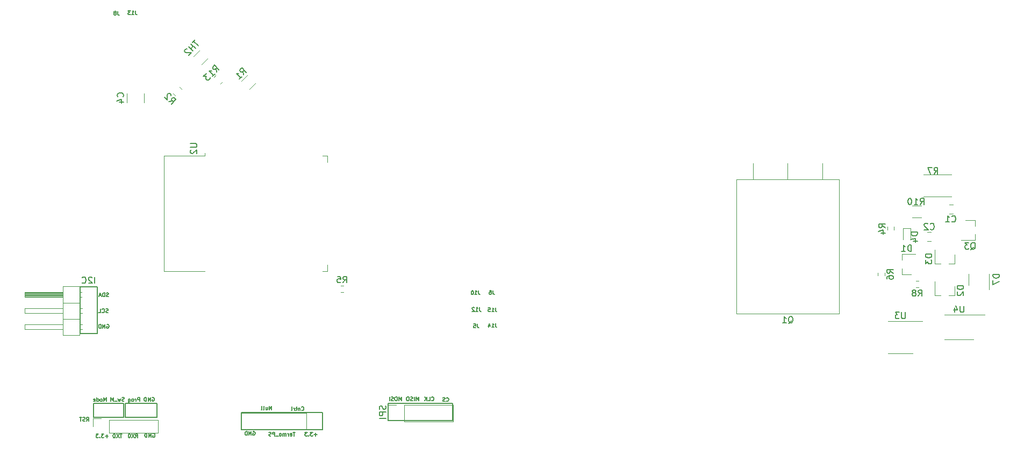
<source format=gbr>
%TF.GenerationSoftware,KiCad,Pcbnew,(5.1.10)-1*%
%TF.CreationDate,2021-07-22T01:03:41+03:00*%
%TF.ProjectId,Dimmer,44696d6d-6572-42e6-9b69-6361645f7063,rev?*%
%TF.SameCoordinates,Original*%
%TF.FileFunction,Legend,Bot*%
%TF.FilePolarity,Positive*%
%FSLAX46Y46*%
G04 Gerber Fmt 4.6, Leading zero omitted, Abs format (unit mm)*
G04 Created by KiCad (PCBNEW (5.1.10)-1) date 2021-07-22 01:03:41*
%MOMM*%
%LPD*%
G01*
G04 APERTURE LIST*
%ADD10C,0.150000*%
%ADD11C,0.120000*%
G04 APERTURE END LIST*
D10*
X90257142Y-131942857D02*
X90171428Y-131971428D01*
X90028571Y-131971428D01*
X89971428Y-131942857D01*
X89942857Y-131914285D01*
X89914285Y-131857142D01*
X89914285Y-131800000D01*
X89942857Y-131742857D01*
X89971428Y-131714285D01*
X90028571Y-131685714D01*
X90142857Y-131657142D01*
X90200000Y-131628571D01*
X90228571Y-131600000D01*
X90257142Y-131542857D01*
X90257142Y-131485714D01*
X90228571Y-131428571D01*
X90200000Y-131400000D01*
X90142857Y-131371428D01*
X90000000Y-131371428D01*
X89914285Y-131400000D01*
X89714285Y-131571428D02*
X89600000Y-131971428D01*
X89485714Y-131685714D01*
X89371428Y-131971428D01*
X89257142Y-131571428D01*
X89171428Y-132028571D02*
X88714285Y-132028571D01*
X88571428Y-131971428D02*
X88571428Y-131371428D01*
X88371428Y-131800000D01*
X88171428Y-131371428D01*
X88171428Y-131971428D01*
X87507142Y-119900000D02*
X87564285Y-119871428D01*
X87650000Y-119871428D01*
X87735714Y-119900000D01*
X87792857Y-119957142D01*
X87821428Y-120014285D01*
X87850000Y-120128571D01*
X87850000Y-120214285D01*
X87821428Y-120328571D01*
X87792857Y-120385714D01*
X87735714Y-120442857D01*
X87650000Y-120471428D01*
X87592857Y-120471428D01*
X87507142Y-120442857D01*
X87478571Y-120414285D01*
X87478571Y-120214285D01*
X87592857Y-120214285D01*
X87221428Y-120471428D02*
X87221428Y-119871428D01*
X86878571Y-120471428D01*
X86878571Y-119871428D01*
X86592857Y-120471428D02*
X86592857Y-119871428D01*
X86450000Y-119871428D01*
X86364285Y-119900000D01*
X86307142Y-119957142D01*
X86278571Y-120014285D01*
X86250000Y-120128571D01*
X86250000Y-120214285D01*
X86278571Y-120328571D01*
X86307142Y-120385714D01*
X86364285Y-120442857D01*
X86450000Y-120471428D01*
X86592857Y-120471428D01*
X110557142Y-136800000D02*
X110614285Y-136771428D01*
X110700000Y-136771428D01*
X110785714Y-136800000D01*
X110842857Y-136857142D01*
X110871428Y-136914285D01*
X110900000Y-137028571D01*
X110900000Y-137114285D01*
X110871428Y-137228571D01*
X110842857Y-137285714D01*
X110785714Y-137342857D01*
X110700000Y-137371428D01*
X110642857Y-137371428D01*
X110557142Y-137342857D01*
X110528571Y-137314285D01*
X110528571Y-137114285D01*
X110642857Y-137114285D01*
X110271428Y-137371428D02*
X110271428Y-136771428D01*
X109928571Y-137371428D01*
X109928571Y-136771428D01*
X109642857Y-137371428D02*
X109642857Y-136771428D01*
X109500000Y-136771428D01*
X109414285Y-136800000D01*
X109357142Y-136857142D01*
X109328571Y-136914285D01*
X109300000Y-137028571D01*
X109300000Y-137114285D01*
X109328571Y-137228571D01*
X109357142Y-137285714D01*
X109414285Y-137342857D01*
X109500000Y-137371428D01*
X109642857Y-137371428D01*
X87742857Y-137492857D02*
X87285714Y-137492857D01*
X87514285Y-137721428D02*
X87514285Y-137264285D01*
X87057142Y-137121428D02*
X86685714Y-137121428D01*
X86885714Y-137350000D01*
X86800000Y-137350000D01*
X86742857Y-137378571D01*
X86714285Y-137407142D01*
X86685714Y-137464285D01*
X86685714Y-137607142D01*
X86714285Y-137664285D01*
X86742857Y-137692857D01*
X86800000Y-137721428D01*
X86971428Y-137721428D01*
X87028571Y-137692857D01*
X87057142Y-137664285D01*
X86428571Y-137664285D02*
X86400000Y-137692857D01*
X86428571Y-137721428D01*
X86457142Y-137692857D01*
X86428571Y-137664285D01*
X86428571Y-137721428D01*
X86200000Y-137121428D02*
X85828571Y-137121428D01*
X86028571Y-137350000D01*
X85942857Y-137350000D01*
X85885714Y-137378571D01*
X85857142Y-137407142D01*
X85828571Y-137464285D01*
X85828571Y-137607142D01*
X85857142Y-137664285D01*
X85885714Y-137692857D01*
X85942857Y-137721428D01*
X86114285Y-137721428D01*
X86171428Y-137692857D01*
X86200000Y-137664285D01*
X94757142Y-137100000D02*
X94814285Y-137071428D01*
X94900000Y-137071428D01*
X94985714Y-137100000D01*
X95042857Y-137157142D01*
X95071428Y-137214285D01*
X95100000Y-137328571D01*
X95100000Y-137414285D01*
X95071428Y-137528571D01*
X95042857Y-137585714D01*
X94985714Y-137642857D01*
X94900000Y-137671428D01*
X94842857Y-137671428D01*
X94757142Y-137642857D01*
X94728571Y-137614285D01*
X94728571Y-137414285D01*
X94842857Y-137414285D01*
X94471428Y-137671428D02*
X94471428Y-137071428D01*
X94128571Y-137671428D01*
X94128571Y-137071428D01*
X93842857Y-137671428D02*
X93842857Y-137071428D01*
X93700000Y-137071428D01*
X93614285Y-137100000D01*
X93557142Y-137157142D01*
X93528571Y-137214285D01*
X93500000Y-137328571D01*
X93500000Y-137414285D01*
X93528571Y-137528571D01*
X93557142Y-137585714D01*
X93614285Y-137642857D01*
X93700000Y-137671428D01*
X93842857Y-137671428D01*
X89942857Y-137171428D02*
X89600000Y-137171428D01*
X89771428Y-137771428D02*
X89771428Y-137171428D01*
X89457142Y-137171428D02*
X89057142Y-137771428D01*
X89057142Y-137171428D02*
X89457142Y-137771428D01*
X88714285Y-137171428D02*
X88657142Y-137171428D01*
X88600000Y-137200000D01*
X88571428Y-137228571D01*
X88542857Y-137285714D01*
X88514285Y-137400000D01*
X88514285Y-137542857D01*
X88542857Y-137657142D01*
X88571428Y-137714285D01*
X88600000Y-137742857D01*
X88657142Y-137771428D01*
X88714285Y-137771428D01*
X88771428Y-137742857D01*
X88800000Y-137714285D01*
X88828571Y-137657142D01*
X88857142Y-137542857D01*
X88857142Y-137400000D01*
X88828571Y-137285714D01*
X88800000Y-137228571D01*
X88771428Y-137200000D01*
X88714285Y-137171428D01*
X94657142Y-131400000D02*
X94714285Y-131371428D01*
X94800000Y-131371428D01*
X94885714Y-131400000D01*
X94942857Y-131457142D01*
X94971428Y-131514285D01*
X95000000Y-131628571D01*
X95000000Y-131714285D01*
X94971428Y-131828571D01*
X94942857Y-131885714D01*
X94885714Y-131942857D01*
X94800000Y-131971428D01*
X94742857Y-131971428D01*
X94657142Y-131942857D01*
X94628571Y-131914285D01*
X94628571Y-131714285D01*
X94742857Y-131714285D01*
X94371428Y-131971428D02*
X94371428Y-131371428D01*
X94028571Y-131971428D01*
X94028571Y-131371428D01*
X93742857Y-131971428D02*
X93742857Y-131371428D01*
X93600000Y-131371428D01*
X93514285Y-131400000D01*
X93457142Y-131457142D01*
X93428571Y-131514285D01*
X93400000Y-131628571D01*
X93400000Y-131714285D01*
X93428571Y-131828571D01*
X93457142Y-131885714D01*
X93514285Y-131942857D01*
X93600000Y-131971428D01*
X93742857Y-131971428D01*
X141000000Y-131964285D02*
X141028571Y-131992857D01*
X141114285Y-132021428D01*
X141171428Y-132021428D01*
X141257142Y-131992857D01*
X141314285Y-131935714D01*
X141342857Y-131878571D01*
X141371428Y-131764285D01*
X141371428Y-131678571D01*
X141342857Y-131564285D01*
X141314285Y-131507142D01*
X141257142Y-131450000D01*
X141171428Y-131421428D01*
X141114285Y-131421428D01*
X141028571Y-131450000D01*
X141000000Y-131478571D01*
X140771428Y-131992857D02*
X140685714Y-132021428D01*
X140542857Y-132021428D01*
X140485714Y-131992857D01*
X140457142Y-131964285D01*
X140428571Y-131907142D01*
X140428571Y-131850000D01*
X140457142Y-131792857D01*
X140485714Y-131764285D01*
X140542857Y-131735714D01*
X140657142Y-131707142D01*
X140714285Y-131678571D01*
X140742857Y-131650000D01*
X140771428Y-131592857D01*
X140771428Y-131535714D01*
X140742857Y-131478571D01*
X140714285Y-131450000D01*
X140657142Y-131421428D01*
X140514285Y-131421428D01*
X140428571Y-131450000D01*
X138657142Y-131864285D02*
X138685714Y-131892857D01*
X138771428Y-131921428D01*
X138828571Y-131921428D01*
X138914285Y-131892857D01*
X138971428Y-131835714D01*
X139000000Y-131778571D01*
X139028571Y-131664285D01*
X139028571Y-131578571D01*
X139000000Y-131464285D01*
X138971428Y-131407142D01*
X138914285Y-131350000D01*
X138828571Y-131321428D01*
X138771428Y-131321428D01*
X138685714Y-131350000D01*
X138657142Y-131378571D01*
X138114285Y-131921428D02*
X138400000Y-131921428D01*
X138400000Y-131321428D01*
X137914285Y-131921428D02*
X137914285Y-131321428D01*
X137571428Y-131921428D02*
X137828571Y-131578571D01*
X137571428Y-131321428D02*
X137914285Y-131664285D01*
X136642857Y-131921428D02*
X136642857Y-131321428D01*
X136442857Y-131750000D01*
X136242857Y-131321428D01*
X136242857Y-131921428D01*
X135957142Y-131921428D02*
X135957142Y-131321428D01*
X135700000Y-131892857D02*
X135614285Y-131921428D01*
X135471428Y-131921428D01*
X135414285Y-131892857D01*
X135385714Y-131864285D01*
X135357142Y-131807142D01*
X135357142Y-131750000D01*
X135385714Y-131692857D01*
X135414285Y-131664285D01*
X135471428Y-131635714D01*
X135585714Y-131607142D01*
X135642857Y-131578571D01*
X135671428Y-131550000D01*
X135700000Y-131492857D01*
X135700000Y-131435714D01*
X135671428Y-131378571D01*
X135642857Y-131350000D01*
X135585714Y-131321428D01*
X135442857Y-131321428D01*
X135357142Y-131350000D01*
X134985714Y-131321428D02*
X134871428Y-131321428D01*
X134814285Y-131350000D01*
X134757142Y-131407142D01*
X134728571Y-131521428D01*
X134728571Y-131721428D01*
X134757142Y-131835714D01*
X134814285Y-131892857D01*
X134871428Y-131921428D01*
X134985714Y-131921428D01*
X135042857Y-131892857D01*
X135100000Y-131835714D01*
X135128571Y-131721428D01*
X135128571Y-131521428D01*
X135100000Y-131407142D01*
X135042857Y-131350000D01*
X134985714Y-131321428D01*
X133942857Y-131921428D02*
X133942857Y-131321428D01*
X133742857Y-131750000D01*
X133542857Y-131321428D01*
X133542857Y-131921428D01*
X133142857Y-131321428D02*
X133028571Y-131321428D01*
X132971428Y-131350000D01*
X132914285Y-131407142D01*
X132885714Y-131521428D01*
X132885714Y-131721428D01*
X132914285Y-131835714D01*
X132971428Y-131892857D01*
X133028571Y-131921428D01*
X133142857Y-131921428D01*
X133200000Y-131892857D01*
X133257142Y-131835714D01*
X133285714Y-131721428D01*
X133285714Y-131521428D01*
X133257142Y-131407142D01*
X133200000Y-131350000D01*
X133142857Y-131321428D01*
X132657142Y-131892857D02*
X132571428Y-131921428D01*
X132428571Y-131921428D01*
X132371428Y-131892857D01*
X132342857Y-131864285D01*
X132314285Y-131807142D01*
X132314285Y-131750000D01*
X132342857Y-131692857D01*
X132371428Y-131664285D01*
X132428571Y-131635714D01*
X132542857Y-131607142D01*
X132600000Y-131578571D01*
X132628571Y-131550000D01*
X132657142Y-131492857D01*
X132657142Y-131435714D01*
X132628571Y-131378571D01*
X132600000Y-131350000D01*
X132542857Y-131321428D01*
X132400000Y-131321428D01*
X132314285Y-131350000D01*
X132057142Y-131921428D02*
X132057142Y-131321428D01*
X87714285Y-117992857D02*
X87628571Y-118021428D01*
X87485714Y-118021428D01*
X87428571Y-117992857D01*
X87400000Y-117964285D01*
X87371428Y-117907142D01*
X87371428Y-117850000D01*
X87400000Y-117792857D01*
X87428571Y-117764285D01*
X87485714Y-117735714D01*
X87600000Y-117707142D01*
X87657142Y-117678571D01*
X87685714Y-117650000D01*
X87714285Y-117592857D01*
X87714285Y-117535714D01*
X87685714Y-117478571D01*
X87657142Y-117450000D01*
X87600000Y-117421428D01*
X87457142Y-117421428D01*
X87371428Y-117450000D01*
X86771428Y-117964285D02*
X86800000Y-117992857D01*
X86885714Y-118021428D01*
X86942857Y-118021428D01*
X87028571Y-117992857D01*
X87085714Y-117935714D01*
X87114285Y-117878571D01*
X87142857Y-117764285D01*
X87142857Y-117678571D01*
X87114285Y-117564285D01*
X87085714Y-117507142D01*
X87028571Y-117450000D01*
X86942857Y-117421428D01*
X86885714Y-117421428D01*
X86800000Y-117450000D01*
X86771428Y-117478571D01*
X86228571Y-118021428D02*
X86514285Y-118021428D01*
X86514285Y-117421428D01*
X87778571Y-115492857D02*
X87692857Y-115521428D01*
X87550000Y-115521428D01*
X87492857Y-115492857D01*
X87464285Y-115464285D01*
X87435714Y-115407142D01*
X87435714Y-115350000D01*
X87464285Y-115292857D01*
X87492857Y-115264285D01*
X87550000Y-115235714D01*
X87664285Y-115207142D01*
X87721428Y-115178571D01*
X87750000Y-115150000D01*
X87778571Y-115092857D01*
X87778571Y-115035714D01*
X87750000Y-114978571D01*
X87721428Y-114950000D01*
X87664285Y-114921428D01*
X87521428Y-114921428D01*
X87435714Y-114950000D01*
X87178571Y-115521428D02*
X87178571Y-114921428D01*
X87035714Y-114921428D01*
X86950000Y-114950000D01*
X86892857Y-115007142D01*
X86864285Y-115064285D01*
X86835714Y-115178571D01*
X86835714Y-115264285D01*
X86864285Y-115378571D01*
X86892857Y-115435714D01*
X86950000Y-115492857D01*
X87035714Y-115521428D01*
X87178571Y-115521428D01*
X86607142Y-115350000D02*
X86321428Y-115350000D01*
X86664285Y-115521428D02*
X86464285Y-114921428D01*
X86264285Y-115521428D01*
X86050000Y-121350000D02*
X86050000Y-113950000D01*
X83350000Y-121350000D02*
X86050000Y-121350000D01*
X83350000Y-113950000D02*
X83350000Y-121350000D01*
X86050000Y-113950000D02*
X83350000Y-113950000D01*
X113457142Y-133371428D02*
X113457142Y-132771428D01*
X113114285Y-133371428D01*
X113114285Y-132771428D01*
X112571428Y-132971428D02*
X112571428Y-133371428D01*
X112828571Y-132971428D02*
X112828571Y-133285714D01*
X112800000Y-133342857D01*
X112742857Y-133371428D01*
X112657142Y-133371428D01*
X112600000Y-133342857D01*
X112571428Y-133314285D01*
X112200000Y-133371428D02*
X112257142Y-133342857D01*
X112285714Y-133285714D01*
X112285714Y-132771428D01*
X111885714Y-133371428D02*
X111942857Y-133342857D01*
X111971428Y-133285714D01*
X111971428Y-132771428D01*
X117200000Y-136871428D02*
X116857142Y-136871428D01*
X117028571Y-137471428D02*
X117028571Y-136871428D01*
X116428571Y-137442857D02*
X116485714Y-137471428D01*
X116600000Y-137471428D01*
X116657142Y-137442857D01*
X116685714Y-137385714D01*
X116685714Y-137157142D01*
X116657142Y-137100000D01*
X116600000Y-137071428D01*
X116485714Y-137071428D01*
X116428571Y-137100000D01*
X116400000Y-137157142D01*
X116400000Y-137214285D01*
X116685714Y-137271428D01*
X116142857Y-137471428D02*
X116142857Y-137071428D01*
X116142857Y-137185714D02*
X116114285Y-137128571D01*
X116085714Y-137100000D01*
X116028571Y-137071428D01*
X115971428Y-137071428D01*
X115771428Y-137471428D02*
X115771428Y-137071428D01*
X115771428Y-137128571D02*
X115742857Y-137100000D01*
X115685714Y-137071428D01*
X115600000Y-137071428D01*
X115542857Y-137100000D01*
X115514285Y-137157142D01*
X115514285Y-137471428D01*
X115514285Y-137157142D02*
X115485714Y-137100000D01*
X115428571Y-137071428D01*
X115342857Y-137071428D01*
X115285714Y-137100000D01*
X115257142Y-137157142D01*
X115257142Y-137471428D01*
X114885714Y-137471428D02*
X114942857Y-137442857D01*
X114971428Y-137414285D01*
X115000000Y-137357142D01*
X115000000Y-137185714D01*
X114971428Y-137128571D01*
X114942857Y-137100000D01*
X114885714Y-137071428D01*
X114800000Y-137071428D01*
X114742857Y-137100000D01*
X114714285Y-137128571D01*
X114685714Y-137185714D01*
X114685714Y-137357142D01*
X114714285Y-137414285D01*
X114742857Y-137442857D01*
X114800000Y-137471428D01*
X114885714Y-137471428D01*
X114571428Y-137528571D02*
X114114285Y-137528571D01*
X113971428Y-137471428D02*
X113971428Y-136871428D01*
X113742857Y-136871428D01*
X113685714Y-136900000D01*
X113657142Y-136928571D01*
X113628571Y-136985714D01*
X113628571Y-137071428D01*
X113657142Y-137128571D01*
X113685714Y-137157142D01*
X113742857Y-137185714D01*
X113971428Y-137185714D01*
X113400000Y-137442857D02*
X113314285Y-137471428D01*
X113171428Y-137471428D01*
X113114285Y-137442857D01*
X113085714Y-137414285D01*
X113057142Y-137357142D01*
X113057142Y-137300000D01*
X113085714Y-137242857D01*
X113114285Y-137214285D01*
X113171428Y-137185714D01*
X113285714Y-137157142D01*
X113342857Y-137128571D01*
X113371428Y-137100000D01*
X113400000Y-137042857D01*
X113400000Y-136985714D01*
X113371428Y-136928571D01*
X113342857Y-136900000D01*
X113285714Y-136871428D01*
X113142857Y-136871428D01*
X113057142Y-136900000D01*
X118200000Y-133414285D02*
X118228571Y-133442857D01*
X118314285Y-133471428D01*
X118371428Y-133471428D01*
X118457142Y-133442857D01*
X118514285Y-133385714D01*
X118542857Y-133328571D01*
X118571428Y-133214285D01*
X118571428Y-133128571D01*
X118542857Y-133014285D01*
X118514285Y-132957142D01*
X118457142Y-132900000D01*
X118371428Y-132871428D01*
X118314285Y-132871428D01*
X118228571Y-132900000D01*
X118200000Y-132928571D01*
X117942857Y-133071428D02*
X117942857Y-133471428D01*
X117942857Y-133128571D02*
X117914285Y-133100000D01*
X117857142Y-133071428D01*
X117771428Y-133071428D01*
X117714285Y-133100000D01*
X117685714Y-133157142D01*
X117685714Y-133471428D01*
X117485714Y-133071428D02*
X117257142Y-133071428D01*
X117400000Y-132871428D02*
X117400000Y-133385714D01*
X117371428Y-133442857D01*
X117314285Y-133471428D01*
X117257142Y-133471428D01*
X117057142Y-133471428D02*
X117057142Y-133071428D01*
X117057142Y-133185714D02*
X117028571Y-133128571D01*
X117000000Y-133100000D01*
X116942857Y-133071428D01*
X116885714Y-133071428D01*
X116600000Y-133471428D02*
X116657142Y-133442857D01*
X116685714Y-133385714D01*
X116685714Y-132871428D01*
X120642857Y-137242857D02*
X120185714Y-137242857D01*
X120414285Y-137471428D02*
X120414285Y-137014285D01*
X119957142Y-136871428D02*
X119585714Y-136871428D01*
X119785714Y-137100000D01*
X119700000Y-137100000D01*
X119642857Y-137128571D01*
X119614285Y-137157142D01*
X119585714Y-137214285D01*
X119585714Y-137357142D01*
X119614285Y-137414285D01*
X119642857Y-137442857D01*
X119700000Y-137471428D01*
X119871428Y-137471428D01*
X119928571Y-137442857D01*
X119957142Y-137414285D01*
X119328571Y-137414285D02*
X119300000Y-137442857D01*
X119328571Y-137471428D01*
X119357142Y-137442857D01*
X119328571Y-137414285D01*
X119328571Y-137471428D01*
X119100000Y-136871428D02*
X118728571Y-136871428D01*
X118928571Y-137100000D01*
X118842857Y-137100000D01*
X118785714Y-137128571D01*
X118757142Y-137157142D01*
X118728571Y-137214285D01*
X118728571Y-137357142D01*
X118757142Y-137414285D01*
X118785714Y-137442857D01*
X118842857Y-137471428D01*
X119014285Y-137471428D01*
X119071428Y-137442857D01*
X119100000Y-137414285D01*
X142000000Y-135050000D02*
X131800000Y-135050000D01*
X142000000Y-132350000D02*
X142000000Y-135050000D01*
X131800000Y-132350000D02*
X142000000Y-132350000D01*
X131800000Y-132450000D02*
X131800000Y-132350000D01*
X131800000Y-135050000D02*
X131800000Y-132450000D01*
X121500000Y-136500000D02*
X108700000Y-136500000D01*
X121500000Y-133800000D02*
X121500000Y-136500000D01*
X108700000Y-133800000D02*
X121500000Y-133800000D01*
X108700000Y-136500000D02*
X108700000Y-133800000D01*
X85400000Y-132350000D02*
X90200000Y-132350000D01*
X85400000Y-134550000D02*
X85400000Y-132350000D01*
X85600000Y-134550000D02*
X85400000Y-134550000D01*
X90200000Y-134550000D02*
X85600000Y-134550000D01*
X90200000Y-132350000D02*
X90200000Y-134550000D01*
X95400000Y-132350000D02*
X95400000Y-134550000D01*
X90400000Y-132350000D02*
X95400000Y-132350000D01*
X90400000Y-134550000D02*
X90400000Y-132350000D01*
X95400000Y-134550000D02*
X90400000Y-134550000D01*
D11*
%TO.C,R8*%
X214937742Y-114072500D02*
X215412258Y-114072500D01*
X214937742Y-113027500D02*
X215412258Y-113027500D01*
%TO.C,U3*%
X212525000Y-124475000D02*
X210575000Y-124475000D01*
X212525000Y-124475000D02*
X214475000Y-124475000D01*
X212525000Y-119355000D02*
X210575000Y-119355000D01*
X212525000Y-119355000D02*
X215975000Y-119355000D01*
%TO.C,D7*%
X223290000Y-113750000D02*
X223290000Y-111950000D01*
X226510000Y-111950000D02*
X226510000Y-114400000D01*
%TO.C,Q1*%
X200220000Y-97010000D02*
X200220000Y-94450000D01*
X194770000Y-97010000D02*
X194770000Y-94450000D01*
X189320000Y-97010000D02*
X189320000Y-94450000D01*
X202840000Y-118200000D02*
X202840000Y-97010000D01*
X186700000Y-118200000D02*
X186700000Y-97010000D01*
X186700000Y-118200000D02*
X202840000Y-118200000D01*
X186700000Y-97010000D02*
X202840000Y-97010000D01*
%TO.C,D4*%
X212900000Y-104700000D02*
X214100000Y-104700000D01*
X212900000Y-106550000D02*
X212900000Y-104700000D01*
X214100000Y-106550000D02*
X214100000Y-104700000D01*
%TO.C,U4*%
X221750000Y-122280000D02*
X219475000Y-122280000D01*
X221750000Y-122280000D02*
X224025000Y-122280000D01*
X221750000Y-118360000D02*
X219475000Y-118360000D01*
X221750000Y-118360000D02*
X225800000Y-118360000D01*
%TO.C,D1*%
X212740000Y-111980000D02*
X212740000Y-111050000D01*
X212740000Y-108820000D02*
X212740000Y-109750000D01*
X212740000Y-108820000D02*
X214900000Y-108820000D01*
X212740000Y-111980000D02*
X214200000Y-111980000D01*
%TO.C,C1*%
X220781252Y-102485000D02*
X220258748Y-102485000D01*
X220781252Y-101015000D02*
X220258748Y-101015000D01*
%TO.C,R7*%
X220527064Y-99710000D02*
X216172936Y-99710000D01*
X220527064Y-96290000D02*
X216172936Y-96290000D01*
%TO.C,R4*%
X211522500Y-104962258D02*
X211522500Y-104487742D01*
X210477500Y-104962258D02*
X210477500Y-104487742D01*
%TO.C,Q3*%
X224260000Y-103470000D02*
X224260000Y-104400000D01*
X224260000Y-106630000D02*
X224260000Y-105700000D01*
X224260000Y-106630000D02*
X222100000Y-106630000D01*
X224260000Y-103470000D02*
X222800000Y-103470000D01*
%TO.C,D2*%
X221080000Y-115310000D02*
X220150000Y-115310000D01*
X217920000Y-115310000D02*
X218850000Y-115310000D01*
X217920000Y-115310000D02*
X217920000Y-113150000D01*
X221080000Y-115310000D02*
X221080000Y-113850000D01*
%TO.C,R6*%
X210022500Y-112212258D02*
X210022500Y-111737742D01*
X208977500Y-112212258D02*
X208977500Y-111737742D01*
%TO.C,D3*%
X221080000Y-110310000D02*
X220150000Y-110310000D01*
X217920000Y-110310000D02*
X218850000Y-110310000D01*
X217920000Y-110310000D02*
X217920000Y-108150000D01*
X221080000Y-110310000D02*
X221080000Y-108850000D01*
%TO.C,C2*%
X216788748Y-105315000D02*
X217311252Y-105315000D01*
X216788748Y-106785000D02*
X217311252Y-106785000D01*
%TO.C,R10*%
X215827064Y-103010000D02*
X214372936Y-103010000D01*
X215827064Y-101190000D02*
X214372936Y-101190000D01*
%TO.C,R13*%
X105725517Y-81654400D02*
X105404400Y-81975517D01*
X104686070Y-80614953D02*
X104364953Y-80936070D01*
%TO.C,RX0*%
X85320000Y-134670000D02*
X85320000Y-136000000D01*
X86650000Y-134670000D02*
X85320000Y-134670000D01*
X87920000Y-135000000D02*
X87920000Y-137000000D01*
X87920000Y-137000000D02*
X95600000Y-137000000D01*
X87920000Y-135000000D02*
X95600000Y-135000000D01*
X95600000Y-135000000D02*
X95600000Y-137000000D01*
%TO.C,I2C*%
X85970000Y-113930000D02*
X84700000Y-113930000D01*
X85970000Y-115200000D02*
X85970000Y-113930000D01*
X83657071Y-120660000D02*
X83260000Y-120660000D01*
X83657071Y-119900000D02*
X83260000Y-119900000D01*
X74600000Y-120660000D02*
X80600000Y-120660000D01*
X74600000Y-119900000D02*
X74600000Y-120660000D01*
X80600000Y-119900000D02*
X74600000Y-119900000D01*
X83260000Y-119010000D02*
X80600000Y-119010000D01*
X83657071Y-118120000D02*
X83260000Y-118120000D01*
X83657071Y-117360000D02*
X83260000Y-117360000D01*
X74600000Y-118120000D02*
X80600000Y-118120000D01*
X74600000Y-117360000D02*
X74600000Y-118120000D01*
X80600000Y-117360000D02*
X74600000Y-117360000D01*
X83260000Y-116470000D02*
X80600000Y-116470000D01*
X83590000Y-115580000D02*
X83260000Y-115580000D01*
X83590000Y-114820000D02*
X83260000Y-114820000D01*
X80600000Y-115480000D02*
X74600000Y-115480000D01*
X80600000Y-115360000D02*
X74600000Y-115360000D01*
X80600000Y-115240000D02*
X74600000Y-115240000D01*
X80600000Y-115120000D02*
X74600000Y-115120000D01*
X80600000Y-115000000D02*
X74600000Y-115000000D01*
X80600000Y-114880000D02*
X74600000Y-114880000D01*
X74600000Y-115580000D02*
X80600000Y-115580000D01*
X74600000Y-114820000D02*
X74600000Y-115580000D01*
X80600000Y-114820000D02*
X74600000Y-114820000D01*
X80600000Y-113870000D02*
X83260000Y-113870000D01*
X80600000Y-121610000D02*
X80600000Y-113870000D01*
X83260000Y-121610000D02*
X80600000Y-121610000D01*
X83260000Y-113870000D02*
X83260000Y-121610000D01*
%TO.C,SPI*%
X131790000Y-132570000D02*
X131790000Y-133900000D01*
X133120000Y-132570000D02*
X131790000Y-132570000D01*
X134390000Y-132570000D02*
X134390000Y-135230000D01*
X134390000Y-135230000D02*
X142070000Y-135230000D01*
X134390000Y-132570000D02*
X142070000Y-132570000D01*
X142070000Y-132570000D02*
X142070000Y-135230000D01*
%TO.C,U2*%
X102940000Y-93280000D02*
X102940000Y-92900000D01*
X96520000Y-93280000D02*
X102940000Y-93280000D01*
X96520000Y-111520000D02*
X102940000Y-111520000D01*
X96520000Y-93280000D02*
X96520000Y-111520000D01*
X122265000Y-111520000D02*
X122265000Y-110520000D01*
X121485000Y-111520000D02*
X122265000Y-111520000D01*
X122265000Y-93280000D02*
X122265000Y-94280000D01*
X121485000Y-93280000D02*
X122265000Y-93280000D01*
%TO.C,TH2*%
X101146405Y-77616661D02*
X102174629Y-76588437D01*
X102433339Y-78903595D02*
X103461563Y-77875371D01*
%TO.C,R5*%
X124812258Y-114822500D02*
X124337742Y-114822500D01*
X124812258Y-113777500D02*
X124337742Y-113777500D01*
%TO.C,R1*%
X108704921Y-81554789D02*
X109733145Y-80526565D01*
X109991855Y-82841723D02*
X111020079Y-81813499D01*
%TO.C,C4*%
X93360000Y-83463748D02*
X93360000Y-84886252D01*
X90640000Y-83463748D02*
X90640000Y-84886252D01*
%TO.C,J16*%
X121530000Y-136480000D02*
X121530000Y-135150000D01*
X120200000Y-136480000D02*
X121530000Y-136480000D01*
X118930000Y-136480000D02*
X118930000Y-133820000D01*
X118930000Y-133820000D02*
X108710000Y-133820000D01*
X118930000Y-136480000D02*
X108710000Y-136480000D01*
X108710000Y-136480000D02*
X108710000Y-133820000D01*
%TO.C,R2*%
X99009165Y-82469718D02*
X99330282Y-82790835D01*
X97969718Y-83509165D02*
X98290835Y-83830282D01*
%TO.C,R8*%
D10*
X215341666Y-115432380D02*
X215675000Y-114956190D01*
X215913095Y-115432380D02*
X215913095Y-114432380D01*
X215532142Y-114432380D01*
X215436904Y-114480000D01*
X215389285Y-114527619D01*
X215341666Y-114622857D01*
X215341666Y-114765714D01*
X215389285Y-114860952D01*
X215436904Y-114908571D01*
X215532142Y-114956190D01*
X215913095Y-114956190D01*
X214770238Y-114860952D02*
X214865476Y-114813333D01*
X214913095Y-114765714D01*
X214960714Y-114670476D01*
X214960714Y-114622857D01*
X214913095Y-114527619D01*
X214865476Y-114480000D01*
X214770238Y-114432380D01*
X214579761Y-114432380D01*
X214484523Y-114480000D01*
X214436904Y-114527619D01*
X214389285Y-114622857D01*
X214389285Y-114670476D01*
X214436904Y-114765714D01*
X214484523Y-114813333D01*
X214579761Y-114860952D01*
X214770238Y-114860952D01*
X214865476Y-114908571D01*
X214913095Y-114956190D01*
X214960714Y-115051428D01*
X214960714Y-115241904D01*
X214913095Y-115337142D01*
X214865476Y-115384761D01*
X214770238Y-115432380D01*
X214579761Y-115432380D01*
X214484523Y-115384761D01*
X214436904Y-115337142D01*
X214389285Y-115241904D01*
X214389285Y-115051428D01*
X214436904Y-114956190D01*
X214484523Y-114908571D01*
X214579761Y-114860952D01*
%TO.C,U3*%
X213286904Y-117967380D02*
X213286904Y-118776904D01*
X213239285Y-118872142D01*
X213191666Y-118919761D01*
X213096428Y-118967380D01*
X212905952Y-118967380D01*
X212810714Y-118919761D01*
X212763095Y-118872142D01*
X212715476Y-118776904D01*
X212715476Y-117967380D01*
X212334523Y-117967380D02*
X211715476Y-117967380D01*
X212048809Y-118348333D01*
X211905952Y-118348333D01*
X211810714Y-118395952D01*
X211763095Y-118443571D01*
X211715476Y-118538809D01*
X211715476Y-118776904D01*
X211763095Y-118872142D01*
X211810714Y-118919761D01*
X211905952Y-118967380D01*
X212191666Y-118967380D01*
X212286904Y-118919761D01*
X212334523Y-118872142D01*
%TO.C,D7*%
X228102380Y-112011904D02*
X227102380Y-112011904D01*
X227102380Y-112250000D01*
X227150000Y-112392857D01*
X227245238Y-112488095D01*
X227340476Y-112535714D01*
X227530952Y-112583333D01*
X227673809Y-112583333D01*
X227864285Y-112535714D01*
X227959523Y-112488095D01*
X228054761Y-112392857D01*
X228102380Y-112250000D01*
X228102380Y-112011904D01*
X227102380Y-112916666D02*
X227102380Y-113583333D01*
X228102380Y-113154761D01*
%TO.C,Q1*%
X194865238Y-119747619D02*
X194960476Y-119700000D01*
X195055714Y-119604761D01*
X195198571Y-119461904D01*
X195293809Y-119414285D01*
X195389047Y-119414285D01*
X195341428Y-119652380D02*
X195436666Y-119604761D01*
X195531904Y-119509523D01*
X195579523Y-119319047D01*
X195579523Y-118985714D01*
X195531904Y-118795238D01*
X195436666Y-118700000D01*
X195341428Y-118652380D01*
X195150952Y-118652380D01*
X195055714Y-118700000D01*
X194960476Y-118795238D01*
X194912857Y-118985714D01*
X194912857Y-119319047D01*
X194960476Y-119509523D01*
X195055714Y-119604761D01*
X195150952Y-119652380D01*
X195341428Y-119652380D01*
X193960476Y-119652380D02*
X194531904Y-119652380D01*
X194246190Y-119652380D02*
X194246190Y-118652380D01*
X194341428Y-118795238D01*
X194436666Y-118890476D01*
X194531904Y-118938095D01*
%TO.C,D4*%
X215202380Y-105361904D02*
X214202380Y-105361904D01*
X214202380Y-105600000D01*
X214250000Y-105742857D01*
X214345238Y-105838095D01*
X214440476Y-105885714D01*
X214630952Y-105933333D01*
X214773809Y-105933333D01*
X214964285Y-105885714D01*
X215059523Y-105838095D01*
X215154761Y-105742857D01*
X215202380Y-105600000D01*
X215202380Y-105361904D01*
X214535714Y-106790476D02*
X215202380Y-106790476D01*
X214154761Y-106552380D02*
X214869047Y-106314285D01*
X214869047Y-106933333D01*
%TO.C,U4*%
X222511904Y-116972380D02*
X222511904Y-117781904D01*
X222464285Y-117877142D01*
X222416666Y-117924761D01*
X222321428Y-117972380D01*
X222130952Y-117972380D01*
X222035714Y-117924761D01*
X221988095Y-117877142D01*
X221940476Y-117781904D01*
X221940476Y-116972380D01*
X221035714Y-117305714D02*
X221035714Y-117972380D01*
X221273809Y-116924761D02*
X221511904Y-117639047D01*
X220892857Y-117639047D01*
%TO.C,D1*%
X214238095Y-108352380D02*
X214238095Y-107352380D01*
X214000000Y-107352380D01*
X213857142Y-107400000D01*
X213761904Y-107495238D01*
X213714285Y-107590476D01*
X213666666Y-107780952D01*
X213666666Y-107923809D01*
X213714285Y-108114285D01*
X213761904Y-108209523D01*
X213857142Y-108304761D01*
X214000000Y-108352380D01*
X214238095Y-108352380D01*
X212714285Y-108352380D02*
X213285714Y-108352380D01*
X213000000Y-108352380D02*
X213000000Y-107352380D01*
X213095238Y-107495238D01*
X213190476Y-107590476D01*
X213285714Y-107638095D01*
%TO.C,C1*%
X220616666Y-103657142D02*
X220664285Y-103704761D01*
X220807142Y-103752380D01*
X220902380Y-103752380D01*
X221045238Y-103704761D01*
X221140476Y-103609523D01*
X221188095Y-103514285D01*
X221235714Y-103323809D01*
X221235714Y-103180952D01*
X221188095Y-102990476D01*
X221140476Y-102895238D01*
X221045238Y-102800000D01*
X220902380Y-102752380D01*
X220807142Y-102752380D01*
X220664285Y-102800000D01*
X220616666Y-102847619D01*
X219664285Y-103752380D02*
X220235714Y-103752380D01*
X219950000Y-103752380D02*
X219950000Y-102752380D01*
X220045238Y-102895238D01*
X220140476Y-102990476D01*
X220235714Y-103038095D01*
%TO.C,R7*%
X217816666Y-96152380D02*
X218150000Y-95676190D01*
X218388095Y-96152380D02*
X218388095Y-95152380D01*
X218007142Y-95152380D01*
X217911904Y-95200000D01*
X217864285Y-95247619D01*
X217816666Y-95342857D01*
X217816666Y-95485714D01*
X217864285Y-95580952D01*
X217911904Y-95628571D01*
X218007142Y-95676190D01*
X218388095Y-95676190D01*
X217483333Y-95152380D02*
X216816666Y-95152380D01*
X217245238Y-96152380D01*
%TO.C,R4*%
X210102380Y-104633333D02*
X209626190Y-104300000D01*
X210102380Y-104061904D02*
X209102380Y-104061904D01*
X209102380Y-104442857D01*
X209150000Y-104538095D01*
X209197619Y-104585714D01*
X209292857Y-104633333D01*
X209435714Y-104633333D01*
X209530952Y-104585714D01*
X209578571Y-104538095D01*
X209626190Y-104442857D01*
X209626190Y-104061904D01*
X209435714Y-105490476D02*
X210102380Y-105490476D01*
X209054761Y-105252380D02*
X209769047Y-105014285D01*
X209769047Y-105633333D01*
%TO.C,Q3*%
X223595238Y-108097619D02*
X223690476Y-108050000D01*
X223785714Y-107954761D01*
X223928571Y-107811904D01*
X224023809Y-107764285D01*
X224119047Y-107764285D01*
X224071428Y-108002380D02*
X224166666Y-107954761D01*
X224261904Y-107859523D01*
X224309523Y-107669047D01*
X224309523Y-107335714D01*
X224261904Y-107145238D01*
X224166666Y-107050000D01*
X224071428Y-107002380D01*
X223880952Y-107002380D01*
X223785714Y-107050000D01*
X223690476Y-107145238D01*
X223642857Y-107335714D01*
X223642857Y-107669047D01*
X223690476Y-107859523D01*
X223785714Y-107954761D01*
X223880952Y-108002380D01*
X224071428Y-108002380D01*
X223309523Y-107002380D02*
X222690476Y-107002380D01*
X223023809Y-107383333D01*
X222880952Y-107383333D01*
X222785714Y-107430952D01*
X222738095Y-107478571D01*
X222690476Y-107573809D01*
X222690476Y-107811904D01*
X222738095Y-107907142D01*
X222785714Y-107954761D01*
X222880952Y-108002380D01*
X223166666Y-108002380D01*
X223261904Y-107954761D01*
X223309523Y-107907142D01*
%TO.C,D2*%
X222452380Y-113811904D02*
X221452380Y-113811904D01*
X221452380Y-114050000D01*
X221500000Y-114192857D01*
X221595238Y-114288095D01*
X221690476Y-114335714D01*
X221880952Y-114383333D01*
X222023809Y-114383333D01*
X222214285Y-114335714D01*
X222309523Y-114288095D01*
X222404761Y-114192857D01*
X222452380Y-114050000D01*
X222452380Y-113811904D01*
X221547619Y-114764285D02*
X221500000Y-114811904D01*
X221452380Y-114907142D01*
X221452380Y-115145238D01*
X221500000Y-115240476D01*
X221547619Y-115288095D01*
X221642857Y-115335714D01*
X221738095Y-115335714D01*
X221880952Y-115288095D01*
X222452380Y-114716666D01*
X222452380Y-115335714D01*
%TO.C,R6*%
X211382380Y-111808333D02*
X210906190Y-111475000D01*
X211382380Y-111236904D02*
X210382380Y-111236904D01*
X210382380Y-111617857D01*
X210430000Y-111713095D01*
X210477619Y-111760714D01*
X210572857Y-111808333D01*
X210715714Y-111808333D01*
X210810952Y-111760714D01*
X210858571Y-111713095D01*
X210906190Y-111617857D01*
X210906190Y-111236904D01*
X210382380Y-112665476D02*
X210382380Y-112475000D01*
X210430000Y-112379761D01*
X210477619Y-112332142D01*
X210620476Y-112236904D01*
X210810952Y-112189285D01*
X211191904Y-112189285D01*
X211287142Y-112236904D01*
X211334761Y-112284523D01*
X211382380Y-112379761D01*
X211382380Y-112570238D01*
X211334761Y-112665476D01*
X211287142Y-112713095D01*
X211191904Y-112760714D01*
X210953809Y-112760714D01*
X210858571Y-112713095D01*
X210810952Y-112665476D01*
X210763333Y-112570238D01*
X210763333Y-112379761D01*
X210810952Y-112284523D01*
X210858571Y-112236904D01*
X210953809Y-112189285D01*
%TO.C,D3*%
X217452380Y-108811904D02*
X216452380Y-108811904D01*
X216452380Y-109050000D01*
X216500000Y-109192857D01*
X216595238Y-109288095D01*
X216690476Y-109335714D01*
X216880952Y-109383333D01*
X217023809Y-109383333D01*
X217214285Y-109335714D01*
X217309523Y-109288095D01*
X217404761Y-109192857D01*
X217452380Y-109050000D01*
X217452380Y-108811904D01*
X216452380Y-109716666D02*
X216452380Y-110335714D01*
X216833333Y-110002380D01*
X216833333Y-110145238D01*
X216880952Y-110240476D01*
X216928571Y-110288095D01*
X217023809Y-110335714D01*
X217261904Y-110335714D01*
X217357142Y-110288095D01*
X217404761Y-110240476D01*
X217452380Y-110145238D01*
X217452380Y-109859523D01*
X217404761Y-109764285D01*
X217357142Y-109716666D01*
%TO.C,C2*%
X217216666Y-104857142D02*
X217264285Y-104904761D01*
X217407142Y-104952380D01*
X217502380Y-104952380D01*
X217645238Y-104904761D01*
X217740476Y-104809523D01*
X217788095Y-104714285D01*
X217835714Y-104523809D01*
X217835714Y-104380952D01*
X217788095Y-104190476D01*
X217740476Y-104095238D01*
X217645238Y-104000000D01*
X217502380Y-103952380D01*
X217407142Y-103952380D01*
X217264285Y-104000000D01*
X217216666Y-104047619D01*
X216835714Y-104047619D02*
X216788095Y-104000000D01*
X216692857Y-103952380D01*
X216454761Y-103952380D01*
X216359523Y-104000000D01*
X216311904Y-104047619D01*
X216264285Y-104142857D01*
X216264285Y-104238095D01*
X216311904Y-104380952D01*
X216883333Y-104952380D01*
X216264285Y-104952380D01*
%TO.C,R10*%
X215630357Y-101002380D02*
X215963690Y-100526190D01*
X216201785Y-101002380D02*
X216201785Y-100002380D01*
X215820833Y-100002380D01*
X215725595Y-100050000D01*
X215677976Y-100097619D01*
X215630357Y-100192857D01*
X215630357Y-100335714D01*
X215677976Y-100430952D01*
X215725595Y-100478571D01*
X215820833Y-100526190D01*
X216201785Y-100526190D01*
X214677976Y-101002380D02*
X215249404Y-101002380D01*
X214963690Y-101002380D02*
X214963690Y-100002380D01*
X215058928Y-100145238D01*
X215154166Y-100240476D01*
X215249404Y-100288095D01*
X214058928Y-100002380D02*
X213963690Y-100002380D01*
X213868452Y-100050000D01*
X213820833Y-100097619D01*
X213773214Y-100192857D01*
X213725595Y-100383333D01*
X213725595Y-100621428D01*
X213773214Y-100811904D01*
X213820833Y-100907142D01*
X213868452Y-100954761D01*
X213963690Y-101002380D01*
X214058928Y-101002380D01*
X214154166Y-100954761D01*
X214201785Y-100907142D01*
X214249404Y-100811904D01*
X214297023Y-100621428D01*
X214297023Y-100383333D01*
X214249404Y-100192857D01*
X214201785Y-100097619D01*
X214154166Y-100050000D01*
X214058928Y-100002380D01*
%TO.C,R13*%
X104794380Y-80135242D02*
X104693365Y-79562823D01*
X105198441Y-79731181D02*
X104491334Y-79024075D01*
X104221960Y-79293449D01*
X104188288Y-79394464D01*
X104188288Y-79461807D01*
X104221960Y-79562823D01*
X104322975Y-79663838D01*
X104423991Y-79697510D01*
X104491334Y-79697510D01*
X104592349Y-79663838D01*
X104861723Y-79394464D01*
X104120945Y-80808678D02*
X104525006Y-80404617D01*
X104322975Y-80606647D02*
X103615868Y-79899540D01*
X103784227Y-79933212D01*
X103918914Y-79933212D01*
X104019930Y-79899540D01*
X103178136Y-80337273D02*
X102740403Y-80775006D01*
X103245479Y-80808678D01*
X103144464Y-80909693D01*
X103110792Y-81010708D01*
X103110792Y-81078052D01*
X103144464Y-81179067D01*
X103312823Y-81347426D01*
X103413838Y-81381097D01*
X103481181Y-81381097D01*
X103582197Y-81347426D01*
X103784227Y-81145395D01*
X103817899Y-81044380D01*
X103817899Y-80977036D01*
%TO.C,RX0*%
X92035714Y-137721428D02*
X92235714Y-137435714D01*
X92378571Y-137721428D02*
X92378571Y-137121428D01*
X92150000Y-137121428D01*
X92092857Y-137150000D01*
X92064285Y-137178571D01*
X92035714Y-137235714D01*
X92035714Y-137321428D01*
X92064285Y-137378571D01*
X92092857Y-137407142D01*
X92150000Y-137435714D01*
X92378571Y-137435714D01*
X91835714Y-137121428D02*
X91435714Y-137721428D01*
X91435714Y-137121428D02*
X91835714Y-137721428D01*
X91092857Y-137121428D02*
X91035714Y-137121428D01*
X90978571Y-137150000D01*
X90950000Y-137178571D01*
X90921428Y-137235714D01*
X90892857Y-137350000D01*
X90892857Y-137492857D01*
X90921428Y-137607142D01*
X90950000Y-137664285D01*
X90978571Y-137692857D01*
X91035714Y-137721428D01*
X91092857Y-137721428D01*
X91150000Y-137692857D01*
X91178571Y-137664285D01*
X91207142Y-137607142D01*
X91235714Y-137492857D01*
X91235714Y-137350000D01*
X91207142Y-137235714D01*
X91178571Y-137178571D01*
X91150000Y-137150000D01*
X91092857Y-137121428D01*
%TO.C,I2C*%
X85626190Y-113402380D02*
X85626190Y-112402380D01*
X85197619Y-112497619D02*
X85150000Y-112450000D01*
X85054761Y-112402380D01*
X84816666Y-112402380D01*
X84721428Y-112450000D01*
X84673809Y-112497619D01*
X84626190Y-112592857D01*
X84626190Y-112688095D01*
X84673809Y-112830952D01*
X85245238Y-113402380D01*
X84626190Y-113402380D01*
X83626190Y-113307142D02*
X83673809Y-113354761D01*
X83816666Y-113402380D01*
X83911904Y-113402380D01*
X84054761Y-113354761D01*
X84150000Y-113259523D01*
X84197619Y-113164285D01*
X84245238Y-112973809D01*
X84245238Y-112830952D01*
X84197619Y-112640476D01*
X84150000Y-112545238D01*
X84054761Y-112450000D01*
X83911904Y-112402380D01*
X83816666Y-112402380D01*
X83673809Y-112450000D01*
X83626190Y-112497619D01*
%TO.C,SPI*%
X131404761Y-132726190D02*
X131452380Y-132869047D01*
X131452380Y-133107142D01*
X131404761Y-133202380D01*
X131357142Y-133250000D01*
X131261904Y-133297619D01*
X131166666Y-133297619D01*
X131071428Y-133250000D01*
X131023809Y-133202380D01*
X130976190Y-133107142D01*
X130928571Y-132916666D01*
X130880952Y-132821428D01*
X130833333Y-132773809D01*
X130738095Y-132726190D01*
X130642857Y-132726190D01*
X130547619Y-132773809D01*
X130500000Y-132821428D01*
X130452380Y-132916666D01*
X130452380Y-133154761D01*
X130500000Y-133297619D01*
X131452380Y-133726190D02*
X130452380Y-133726190D01*
X130452380Y-134107142D01*
X130500000Y-134202380D01*
X130547619Y-134250000D01*
X130642857Y-134297619D01*
X130785714Y-134297619D01*
X130880952Y-134250000D01*
X130928571Y-134202380D01*
X130976190Y-134107142D01*
X130976190Y-133726190D01*
X131452380Y-134726190D02*
X130452380Y-134726190D01*
%TO.C,RST*%
X84328571Y-135121428D02*
X84528571Y-134835714D01*
X84671428Y-135121428D02*
X84671428Y-134521428D01*
X84442857Y-134521428D01*
X84385714Y-134550000D01*
X84357142Y-134578571D01*
X84328571Y-134635714D01*
X84328571Y-134721428D01*
X84357142Y-134778571D01*
X84385714Y-134807142D01*
X84442857Y-134835714D01*
X84671428Y-134835714D01*
X84100000Y-135092857D02*
X84014285Y-135121428D01*
X83871428Y-135121428D01*
X83814285Y-135092857D01*
X83785714Y-135064285D01*
X83757142Y-135007142D01*
X83757142Y-134950000D01*
X83785714Y-134892857D01*
X83814285Y-134864285D01*
X83871428Y-134835714D01*
X83985714Y-134807142D01*
X84042857Y-134778571D01*
X84071428Y-134750000D01*
X84100000Y-134692857D01*
X84100000Y-134635714D01*
X84071428Y-134578571D01*
X84042857Y-134550000D01*
X83985714Y-134521428D01*
X83842857Y-134521428D01*
X83757142Y-134550000D01*
X83585714Y-134521428D02*
X83242857Y-134521428D01*
X83414285Y-135121428D02*
X83414285Y-134521428D01*
%TO.C,U2*%
X100702380Y-91388095D02*
X101511904Y-91388095D01*
X101607142Y-91435714D01*
X101654761Y-91483333D01*
X101702380Y-91578571D01*
X101702380Y-91769047D01*
X101654761Y-91864285D01*
X101607142Y-91911904D01*
X101511904Y-91959523D01*
X100702380Y-91959523D01*
X100797619Y-92388095D02*
X100750000Y-92435714D01*
X100702380Y-92530952D01*
X100702380Y-92769047D01*
X100750000Y-92864285D01*
X100797619Y-92911904D01*
X100892857Y-92959523D01*
X100988095Y-92959523D01*
X101130952Y-92911904D01*
X101702380Y-92340476D01*
X101702380Y-92959523D01*
%TO.C,TH2*%
X101420528Y-75044285D02*
X101016467Y-75448346D01*
X101925604Y-75953422D02*
X101218497Y-75246316D01*
X101487871Y-76391155D02*
X100780764Y-75684048D01*
X101117482Y-76020766D02*
X100713421Y-76424827D01*
X101083810Y-76795216D02*
X100376703Y-76088109D01*
X100141001Y-76458499D02*
X100073658Y-76458499D01*
X99972642Y-76492170D01*
X99804284Y-76660529D01*
X99770612Y-76761544D01*
X99770612Y-76828888D01*
X99804284Y-76929903D01*
X99871627Y-76997247D01*
X100006314Y-77064590D01*
X100814436Y-77064590D01*
X100376703Y-77502323D01*
%TO.C,R5*%
X124741666Y-113322380D02*
X125075000Y-112846190D01*
X125313095Y-113322380D02*
X125313095Y-112322380D01*
X124932142Y-112322380D01*
X124836904Y-112370000D01*
X124789285Y-112417619D01*
X124741666Y-112512857D01*
X124741666Y-112655714D01*
X124789285Y-112750952D01*
X124836904Y-112798571D01*
X124932142Y-112846190D01*
X125313095Y-112846190D01*
X123836904Y-112322380D02*
X124313095Y-112322380D01*
X124360714Y-112798571D01*
X124313095Y-112750952D01*
X124217857Y-112703333D01*
X123979761Y-112703333D01*
X123884523Y-112750952D01*
X123836904Y-112798571D01*
X123789285Y-112893809D01*
X123789285Y-113131904D01*
X123836904Y-113227142D01*
X123884523Y-113274761D01*
X123979761Y-113322380D01*
X124217857Y-113322380D01*
X124313095Y-113274761D01*
X124360714Y-113227142D01*
%TO.C,R1*%
X109089312Y-80551510D02*
X108988297Y-79979090D01*
X109493373Y-80147449D02*
X108786267Y-79440342D01*
X108516892Y-79709716D01*
X108483221Y-79810731D01*
X108483221Y-79878075D01*
X108516892Y-79979090D01*
X108617908Y-80080105D01*
X108718923Y-80113777D01*
X108786267Y-80113777D01*
X108887282Y-80080105D01*
X109156656Y-79810731D01*
X108415877Y-81224945D02*
X108819938Y-80820884D01*
X108617908Y-81022915D02*
X107910801Y-80315808D01*
X108079160Y-80349480D01*
X108213847Y-80349480D01*
X108314862Y-80315808D01*
%TO.C,C4*%
X90057142Y-84008333D02*
X90104761Y-83960714D01*
X90152380Y-83817857D01*
X90152380Y-83722619D01*
X90104761Y-83579761D01*
X90009523Y-83484523D01*
X89914285Y-83436904D01*
X89723809Y-83389285D01*
X89580952Y-83389285D01*
X89390476Y-83436904D01*
X89295238Y-83484523D01*
X89200000Y-83579761D01*
X89152380Y-83722619D01*
X89152380Y-83817857D01*
X89200000Y-83960714D01*
X89247619Y-84008333D01*
X89485714Y-84865476D02*
X90152380Y-84865476D01*
X89104761Y-84627380D02*
X89819047Y-84389285D01*
X89819047Y-85008333D01*
%TO.C,Prog*%
X92695714Y-132021428D02*
X92695714Y-131421428D01*
X92467142Y-131421428D01*
X92410000Y-131450000D01*
X92381428Y-131478571D01*
X92352857Y-131535714D01*
X92352857Y-131621428D01*
X92381428Y-131678571D01*
X92410000Y-131707142D01*
X92467142Y-131735714D01*
X92695714Y-131735714D01*
X92095714Y-132021428D02*
X92095714Y-131621428D01*
X92095714Y-131735714D02*
X92067142Y-131678571D01*
X92038571Y-131650000D01*
X91981428Y-131621428D01*
X91924285Y-131621428D01*
X91638571Y-132021428D02*
X91695714Y-131992857D01*
X91724285Y-131964285D01*
X91752857Y-131907142D01*
X91752857Y-131735714D01*
X91724285Y-131678571D01*
X91695714Y-131650000D01*
X91638571Y-131621428D01*
X91552857Y-131621428D01*
X91495714Y-131650000D01*
X91467142Y-131678571D01*
X91438571Y-131735714D01*
X91438571Y-131907142D01*
X91467142Y-131964285D01*
X91495714Y-131992857D01*
X91552857Y-132021428D01*
X91638571Y-132021428D01*
X90924285Y-131621428D02*
X90924285Y-132107142D01*
X90952857Y-132164285D01*
X90981428Y-132192857D01*
X91038571Y-132221428D01*
X91124285Y-132221428D01*
X91181428Y-132192857D01*
X90924285Y-131992857D02*
X90981428Y-132021428D01*
X91095714Y-132021428D01*
X91152857Y-131992857D01*
X91181428Y-131964285D01*
X91210000Y-131907142D01*
X91210000Y-131735714D01*
X91181428Y-131678571D01*
X91152857Y-131650000D01*
X91095714Y-131621428D01*
X90981428Y-131621428D01*
X90924285Y-131650000D01*
%TO.C,Mode*%
X87440000Y-132021428D02*
X87440000Y-131421428D01*
X87240000Y-131850000D01*
X87040000Y-131421428D01*
X87040000Y-132021428D01*
X86668571Y-132021428D02*
X86725714Y-131992857D01*
X86754285Y-131964285D01*
X86782857Y-131907142D01*
X86782857Y-131735714D01*
X86754285Y-131678571D01*
X86725714Y-131650000D01*
X86668571Y-131621428D01*
X86582857Y-131621428D01*
X86525714Y-131650000D01*
X86497142Y-131678571D01*
X86468571Y-131735714D01*
X86468571Y-131907142D01*
X86497142Y-131964285D01*
X86525714Y-131992857D01*
X86582857Y-132021428D01*
X86668571Y-132021428D01*
X85954285Y-132021428D02*
X85954285Y-131421428D01*
X85954285Y-131992857D02*
X86011428Y-132021428D01*
X86125714Y-132021428D01*
X86182857Y-131992857D01*
X86211428Y-131964285D01*
X86240000Y-131907142D01*
X86240000Y-131735714D01*
X86211428Y-131678571D01*
X86182857Y-131650000D01*
X86125714Y-131621428D01*
X86011428Y-131621428D01*
X85954285Y-131650000D01*
X85440000Y-131992857D02*
X85497142Y-132021428D01*
X85611428Y-132021428D01*
X85668571Y-131992857D01*
X85697142Y-131935714D01*
X85697142Y-131707142D01*
X85668571Y-131650000D01*
X85611428Y-131621428D01*
X85497142Y-131621428D01*
X85440000Y-131650000D01*
X85411428Y-131707142D01*
X85411428Y-131764285D01*
X85697142Y-131821428D01*
%TO.C,R2*%
X97281243Y-84754458D02*
X97853663Y-84653443D01*
X97685304Y-85158519D02*
X98392411Y-84451413D01*
X98123037Y-84182038D01*
X98022022Y-84148367D01*
X97954678Y-84148367D01*
X97853663Y-84182038D01*
X97752648Y-84283054D01*
X97718976Y-84384069D01*
X97718976Y-84451413D01*
X97752648Y-84552428D01*
X98022022Y-84821802D01*
X97651632Y-83845321D02*
X97651632Y-83777977D01*
X97617961Y-83676962D01*
X97449602Y-83508603D01*
X97348586Y-83474932D01*
X97281243Y-83474932D01*
X97180228Y-83508603D01*
X97112884Y-83575947D01*
X97045541Y-83710634D01*
X97045541Y-84518756D01*
X96607808Y-84081023D01*
%TO.C,J5*%
X145900000Y-119821428D02*
X145900000Y-120250000D01*
X145928571Y-120335714D01*
X145985714Y-120392857D01*
X146071428Y-120421428D01*
X146128571Y-120421428D01*
X145328571Y-119821428D02*
X145614285Y-119821428D01*
X145642857Y-120107142D01*
X145614285Y-120078571D01*
X145557142Y-120050000D01*
X145414285Y-120050000D01*
X145357142Y-120078571D01*
X145328571Y-120107142D01*
X145300000Y-120164285D01*
X145300000Y-120307142D01*
X145328571Y-120364285D01*
X145357142Y-120392857D01*
X145414285Y-120421428D01*
X145557142Y-120421428D01*
X145614285Y-120392857D01*
X145642857Y-120364285D01*
%TO.C,J6*%
X148350000Y-114521428D02*
X148350000Y-114950000D01*
X148378571Y-115035714D01*
X148435714Y-115092857D01*
X148521428Y-115121428D01*
X148578571Y-115121428D01*
X147807142Y-114521428D02*
X147921428Y-114521428D01*
X147978571Y-114550000D01*
X148007142Y-114578571D01*
X148064285Y-114664285D01*
X148092857Y-114778571D01*
X148092857Y-115007142D01*
X148064285Y-115064285D01*
X148035714Y-115092857D01*
X147978571Y-115121428D01*
X147864285Y-115121428D01*
X147807142Y-115092857D01*
X147778571Y-115064285D01*
X147750000Y-115007142D01*
X147750000Y-114864285D01*
X147778571Y-114807142D01*
X147807142Y-114778571D01*
X147864285Y-114750000D01*
X147978571Y-114750000D01*
X148035714Y-114778571D01*
X148064285Y-114807142D01*
X148092857Y-114864285D01*
%TO.C,J8*%
X89250000Y-70521428D02*
X89250000Y-70950000D01*
X89278571Y-71035714D01*
X89335714Y-71092857D01*
X89421428Y-71121428D01*
X89478571Y-71121428D01*
X88878571Y-70778571D02*
X88935714Y-70750000D01*
X88964285Y-70721428D01*
X88992857Y-70664285D01*
X88992857Y-70635714D01*
X88964285Y-70578571D01*
X88935714Y-70550000D01*
X88878571Y-70521428D01*
X88764285Y-70521428D01*
X88707142Y-70550000D01*
X88678571Y-70578571D01*
X88650000Y-70635714D01*
X88650000Y-70664285D01*
X88678571Y-70721428D01*
X88707142Y-70750000D01*
X88764285Y-70778571D01*
X88878571Y-70778571D01*
X88935714Y-70807142D01*
X88964285Y-70835714D01*
X88992857Y-70892857D01*
X88992857Y-71007142D01*
X88964285Y-71064285D01*
X88935714Y-71092857D01*
X88878571Y-71121428D01*
X88764285Y-71121428D01*
X88707142Y-71092857D01*
X88678571Y-71064285D01*
X88650000Y-71007142D01*
X88650000Y-70892857D01*
X88678571Y-70835714D01*
X88707142Y-70807142D01*
X88764285Y-70778571D01*
%TO.C,J12*%
X146235714Y-117221428D02*
X146235714Y-117650000D01*
X146264285Y-117735714D01*
X146321428Y-117792857D01*
X146407142Y-117821428D01*
X146464285Y-117821428D01*
X145635714Y-117821428D02*
X145978571Y-117821428D01*
X145807142Y-117821428D02*
X145807142Y-117221428D01*
X145864285Y-117307142D01*
X145921428Y-117364285D01*
X145978571Y-117392857D01*
X145407142Y-117278571D02*
X145378571Y-117250000D01*
X145321428Y-117221428D01*
X145178571Y-117221428D01*
X145121428Y-117250000D01*
X145092857Y-117278571D01*
X145064285Y-117335714D01*
X145064285Y-117392857D01*
X145092857Y-117478571D01*
X145435714Y-117821428D01*
X145064285Y-117821428D01*
%TO.C,J13*%
X92035714Y-70471428D02*
X92035714Y-70900000D01*
X92064285Y-70985714D01*
X92121428Y-71042857D01*
X92207142Y-71071428D01*
X92264285Y-71071428D01*
X91435714Y-71071428D02*
X91778571Y-71071428D01*
X91607142Y-71071428D02*
X91607142Y-70471428D01*
X91664285Y-70557142D01*
X91721428Y-70614285D01*
X91778571Y-70642857D01*
X91235714Y-70471428D02*
X90864285Y-70471428D01*
X91064285Y-70700000D01*
X90978571Y-70700000D01*
X90921428Y-70728571D01*
X90892857Y-70757142D01*
X90864285Y-70814285D01*
X90864285Y-70957142D01*
X90892857Y-71014285D01*
X90921428Y-71042857D01*
X90978571Y-71071428D01*
X91150000Y-71071428D01*
X91207142Y-71042857D01*
X91235714Y-71014285D01*
%TO.C,J14*%
X148735714Y-119721428D02*
X148735714Y-120150000D01*
X148764285Y-120235714D01*
X148821428Y-120292857D01*
X148907142Y-120321428D01*
X148964285Y-120321428D01*
X148135714Y-120321428D02*
X148478571Y-120321428D01*
X148307142Y-120321428D02*
X148307142Y-119721428D01*
X148364285Y-119807142D01*
X148421428Y-119864285D01*
X148478571Y-119892857D01*
X147621428Y-119921428D02*
X147621428Y-120321428D01*
X147764285Y-119692857D02*
X147907142Y-120121428D01*
X147535714Y-120121428D01*
%TO.C,J15*%
X148735714Y-117271428D02*
X148735714Y-117700000D01*
X148764285Y-117785714D01*
X148821428Y-117842857D01*
X148907142Y-117871428D01*
X148964285Y-117871428D01*
X148135714Y-117871428D02*
X148478571Y-117871428D01*
X148307142Y-117871428D02*
X148307142Y-117271428D01*
X148364285Y-117357142D01*
X148421428Y-117414285D01*
X148478571Y-117442857D01*
X147592857Y-117271428D02*
X147878571Y-117271428D01*
X147907142Y-117557142D01*
X147878571Y-117528571D01*
X147821428Y-117500000D01*
X147678571Y-117500000D01*
X147621428Y-117528571D01*
X147592857Y-117557142D01*
X147564285Y-117614285D01*
X147564285Y-117757142D01*
X147592857Y-117814285D01*
X147621428Y-117842857D01*
X147678571Y-117871428D01*
X147821428Y-117871428D01*
X147878571Y-117842857D01*
X147907142Y-117814285D01*
%TO.C,J10*%
X146085714Y-114571428D02*
X146085714Y-115000000D01*
X146114285Y-115085714D01*
X146171428Y-115142857D01*
X146257142Y-115171428D01*
X146314285Y-115171428D01*
X145485714Y-115171428D02*
X145828571Y-115171428D01*
X145657142Y-115171428D02*
X145657142Y-114571428D01*
X145714285Y-114657142D01*
X145771428Y-114714285D01*
X145828571Y-114742857D01*
X145114285Y-114571428D02*
X145057142Y-114571428D01*
X145000000Y-114600000D01*
X144971428Y-114628571D01*
X144942857Y-114685714D01*
X144914285Y-114800000D01*
X144914285Y-114942857D01*
X144942857Y-115057142D01*
X144971428Y-115114285D01*
X145000000Y-115142857D01*
X145057142Y-115171428D01*
X145114285Y-115171428D01*
X145171428Y-115142857D01*
X145200000Y-115114285D01*
X145228571Y-115057142D01*
X145257142Y-114942857D01*
X145257142Y-114800000D01*
X145228571Y-114685714D01*
X145200000Y-114628571D01*
X145171428Y-114600000D01*
X145114285Y-114571428D01*
%TD*%
M02*

</source>
